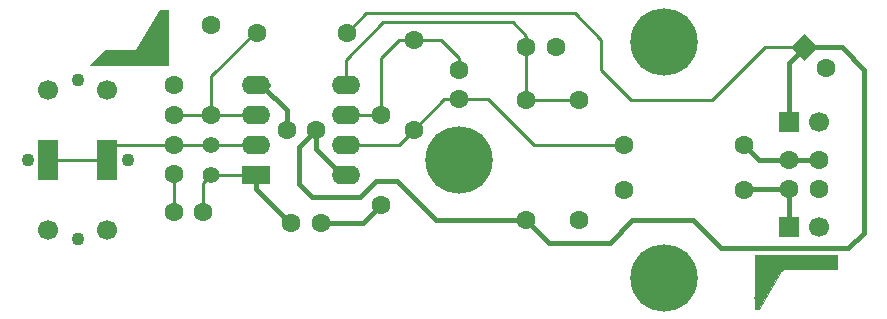
<source format=gbl>
G04 #@! TF.GenerationSoftware,KiCad,Pcbnew,5.1.5-52549c5~84~ubuntu19.10.1*
G04 #@! TF.CreationDate,2019-12-29T22:09:26+01:00*
G04 #@! TF.ProjectId,DIY_detector,4449595f-6465-4746-9563-746f722e6b69,V1.1*
G04 #@! TF.SameCoordinates,Original*
G04 #@! TF.FileFunction,Copper,L2,Bot*
G04 #@! TF.FilePolarity,Positive*
%FSLAX46Y46*%
G04 Gerber Fmt 4.6, Leading zero omitted, Abs format (unit mm)*
G04 Created by KiCad (PCBNEW 5.1.5-52549c5~84~ubuntu19.10.1) date 2019-12-29 22:09:26*
%MOMM*%
%LPD*%
G04 APERTURE LIST*
%ADD10R,1.700000X1.700000*%
%ADD11C,1.700000*%
%ADD12C,1.600000*%
%ADD13C,1.600000*%
%ADD14C,1.400000*%
%ADD15C,1.400000*%
%ADD16R,2.400000X1.600000*%
%ADD17O,2.400000X1.600000*%
%ADD18C,0.100000*%
%ADD19C,5.700000*%
%ADD20C,1.700000*%
%ADD21C,1.100000*%
%ADD22C,0.800000*%
%ADD23C,0.250000*%
%ADD24C,0.400000*%
G04 APERTURE END LIST*
D10*
X165440000Y-118215000D03*
D11*
X167980000Y-118215000D03*
D10*
X165440000Y-109325000D03*
D11*
X167980000Y-109325000D03*
D12*
X151470000Y-111230000D03*
D13*
X161630000Y-111230000D03*
D12*
X161630000Y-115040000D03*
D13*
X151470000Y-115040000D03*
D12*
X167980000Y-112500000D03*
X167980000Y-115000000D03*
D14*
X116545000Y-113770000D03*
D15*
X116545000Y-111230000D03*
D16*
X120355000Y-113770000D03*
D17*
X127975000Y-106150000D03*
X120355000Y-111230000D03*
X127975000Y-108690000D03*
X120355000Y-108690000D03*
X127975000Y-111230000D03*
X120355000Y-106150000D03*
X127975000Y-113770000D03*
G04 #@! TA.AperFunction,ComponentPad*
D18*
G36*
X165668629Y-103000000D02*
G01*
X166800000Y-101868629D01*
X167931371Y-103000000D01*
X166800000Y-104131371D01*
X165668629Y-103000000D01*
G37*
G04 #@! TD.AperFunction*
D12*
X168567767Y-104767767D03*
X113370000Y-111230000D03*
X113370000Y-113730000D03*
X113370000Y-116945000D03*
X115870000Y-116945000D03*
X113370000Y-108690000D03*
X113370000Y-106190000D03*
X123316000Y-117834000D03*
X125816000Y-117834000D03*
X125435000Y-109960000D03*
X122935000Y-109960000D03*
X137500000Y-104880000D03*
X137500000Y-107380000D03*
X143215000Y-102975000D03*
X145715000Y-102975000D03*
X165440000Y-112500000D03*
X165440000Y-115000000D03*
X116545000Y-108690000D03*
D13*
X116545000Y-101070000D03*
D12*
X130896000Y-108690000D03*
D13*
X130896000Y-116310000D03*
D12*
X133690000Y-110000000D03*
D13*
X133690000Y-102380000D03*
D12*
X128000000Y-101750000D03*
D13*
X120380000Y-101750000D03*
D19*
X137500000Y-112500000D03*
X154900000Y-122500000D03*
D20*
X107750000Y-118430000D03*
D10*
X107750000Y-113350000D03*
X107750000Y-111650000D03*
D20*
X107750000Y-106570000D03*
X102750000Y-106570000D03*
D10*
X102750000Y-111650000D03*
X102750000Y-113350000D03*
D20*
X102750000Y-118430000D03*
D12*
X143215000Y-117580000D03*
D13*
X143215000Y-107420000D03*
X147660000Y-117580000D03*
D12*
X147660000Y-107420000D03*
D21*
X105250000Y-105750000D03*
X109500000Y-112500000D03*
X101000000Y-112500000D03*
X105250000Y-119250000D03*
D19*
X154900000Y-102500000D03*
D22*
X107800000Y-103900000D03*
X110000000Y-103900000D03*
X108900000Y-103900000D03*
X111000000Y-103200000D03*
X111500000Y-102300000D03*
X112000000Y-101400000D03*
X169100000Y-121300000D03*
X168000000Y-121300000D03*
X166900000Y-121300000D03*
X165800000Y-121300000D03*
X164100000Y-122200000D03*
X163500000Y-123200000D03*
X162900000Y-124200000D03*
X164700000Y-121300000D03*
X112500000Y-100500000D03*
D23*
X107750000Y-111250000D02*
X107750000Y-112350000D01*
X107730000Y-112520000D02*
X107750000Y-112500000D01*
X102750000Y-112520000D02*
X107730000Y-112520000D01*
X107750000Y-112500000D02*
X107750000Y-113750000D01*
X107750000Y-112350000D02*
X107750000Y-112500000D01*
X102750000Y-111250000D02*
X102750000Y-112520000D01*
X102750000Y-112520000D02*
X102750000Y-113750000D01*
X113370000Y-111230000D02*
X116545000Y-111230000D01*
X116545000Y-111230000D02*
X120355000Y-111230000D01*
X112354000Y-111230000D02*
X113370000Y-111230000D01*
X112334000Y-111250000D02*
X112354000Y-111230000D01*
X107750000Y-111250000D02*
X112334000Y-111250000D01*
X113370000Y-113730000D02*
X113370000Y-116945000D01*
D24*
X123219000Y-117834000D02*
X123316000Y-117834000D01*
X120355000Y-114970000D02*
X123219000Y-117834000D01*
X120355000Y-113770000D02*
X120355000Y-114970000D01*
D23*
X115870000Y-114445000D02*
X116545000Y-113770000D01*
X115870000Y-116945000D02*
X115870000Y-114445000D01*
X117534949Y-113770000D02*
X120355000Y-113770000D01*
X116545000Y-113770000D02*
X117534949Y-113770000D01*
D24*
X121350000Y-106150000D02*
X120355000Y-106150000D01*
X122935000Y-108828630D02*
X122935000Y-109960000D01*
X122935000Y-108330000D02*
X122935000Y-108828630D01*
X120755000Y-106150000D02*
X122935000Y-108330000D01*
X120355000Y-106150000D02*
X120755000Y-106150000D01*
D23*
X118364000Y-108690000D02*
X120355000Y-108690000D01*
X116545000Y-108690000D02*
X118110000Y-108690000D01*
X118110000Y-108690000D02*
X118364000Y-108690000D01*
X115000000Y-108690000D02*
X116545000Y-108690000D01*
X113370000Y-108690000D02*
X115000000Y-108690000D01*
X119880000Y-101520000D02*
X119880000Y-101500000D01*
X115000000Y-108690000D02*
X116672000Y-108690000D01*
X116545000Y-105455000D02*
X120250000Y-101750000D01*
X120250000Y-101750000D02*
X120380000Y-101750000D01*
X116545000Y-108690000D02*
X116545000Y-105455000D01*
D24*
X167980000Y-112500000D02*
X165440000Y-112500000D01*
X161630000Y-111230000D02*
X162900000Y-112500000D01*
X165440000Y-112500000D02*
X162900000Y-112500000D01*
X127575000Y-113770000D02*
X127975000Y-113770000D01*
X125435000Y-111630000D02*
X127575000Y-113770000D01*
X125435000Y-109960000D02*
X125244000Y-109960000D01*
X169910000Y-103000000D02*
X166800000Y-103000000D01*
X171800000Y-118700000D02*
X171800000Y-104890000D01*
X171800000Y-104890000D02*
X169910000Y-103000000D01*
X159700000Y-120000000D02*
X170500000Y-120000000D01*
X157300000Y-117600000D02*
X159700000Y-120000000D01*
X170500000Y-120000000D02*
X171800000Y-118700000D01*
X143215000Y-117580000D02*
X145165000Y-119530000D01*
X145165000Y-119530000D02*
X150270000Y-119530000D01*
X152200000Y-117600000D02*
X157300000Y-117600000D01*
X150270000Y-119530000D02*
X152200000Y-117600000D01*
X165440000Y-104360000D02*
X166800000Y-103000000D01*
D23*
X147342500Y-100117500D02*
X149565000Y-102340000D01*
X128000000Y-101750000D02*
X129632500Y-100117500D01*
X129632500Y-100117500D02*
X147342500Y-100117500D01*
X163400000Y-103000000D02*
X166800000Y-103000000D01*
X149565000Y-104880000D02*
X152105000Y-107420000D01*
X149565000Y-102340000D02*
X149565000Y-104880000D01*
X158980000Y-107420000D02*
X163400000Y-103000000D01*
X152105000Y-107420000D02*
X158980000Y-107420000D01*
D24*
X165440000Y-109325000D02*
X165440000Y-104360000D01*
X125435000Y-111630000D02*
X125435000Y-109960000D01*
X123954365Y-111399126D02*
X125435000Y-109960000D01*
X123952000Y-111865000D02*
X123954365Y-111399126D01*
X123952000Y-114554000D02*
X123952000Y-111865000D01*
X132278000Y-114278000D02*
X130515000Y-114278000D01*
X125073000Y-115675000D02*
X123952000Y-114554000D01*
X135580000Y-117580000D02*
X132278000Y-114278000D01*
X129118000Y-115675000D02*
X125073000Y-115675000D01*
X130515000Y-114278000D02*
X129118000Y-115675000D01*
X143215000Y-117580000D02*
X135580000Y-117580000D01*
X165440000Y-115536370D02*
X165440000Y-117900000D01*
X161670000Y-115000000D02*
X161630000Y-115040000D01*
X165440000Y-115000000D02*
X161670000Y-115000000D01*
X129372000Y-117834000D02*
X130896000Y-116310000D01*
X125816000Y-117834000D02*
X129372000Y-117834000D01*
D23*
X129425000Y-108690000D02*
X130896000Y-108690000D01*
X127975000Y-108690000D02*
X129425000Y-108690000D01*
X136992000Y-104880000D02*
X137500000Y-104880000D01*
X130896000Y-103864000D02*
X132420000Y-102340000D01*
X132420000Y-102340000D02*
X133690000Y-102340000D01*
X130896000Y-108690000D02*
X130896000Y-103864000D01*
X137500000Y-103864000D02*
X137500000Y-104880000D01*
X135976000Y-102340000D02*
X137500000Y-103864000D01*
X133690000Y-102340000D02*
X135976000Y-102340000D01*
X132420000Y-111230000D02*
X133690000Y-109960000D01*
X127975000Y-111230000D02*
X132420000Y-111230000D01*
X136270000Y-107380000D02*
X137500000Y-107380000D01*
X133690000Y-109960000D02*
X136270000Y-107380000D01*
X143850000Y-111230000D02*
X151470000Y-111230000D01*
X140000000Y-107380000D02*
X143850000Y-111230000D01*
X137500000Y-107380000D02*
X140000000Y-107380000D01*
X143215000Y-107420000D02*
X143215000Y-102975000D01*
X143215000Y-107420000D02*
X147660000Y-107420000D01*
X142072000Y-100879500D02*
X143215000Y-102022500D01*
X143215000Y-102022500D02*
X143215000Y-102975000D01*
X131120500Y-100879500D02*
X142072000Y-100879500D01*
X127975000Y-104025000D02*
X131120500Y-100879500D01*
X127975000Y-106150000D02*
X127975000Y-104025000D01*
D18*
G36*
X169550000Y-121775000D02*
G01*
X165106631Y-121775000D01*
X165081289Y-121773964D01*
X165058870Y-121777479D01*
X165036289Y-121779703D01*
X165027308Y-121782427D01*
X165018043Y-121783880D01*
X164996744Y-121791699D01*
X164975026Y-121798287D01*
X164966755Y-121802708D01*
X164957945Y-121805942D01*
X164938574Y-121817771D01*
X164918566Y-121828465D01*
X164911314Y-121834416D01*
X164903307Y-121839306D01*
X164886615Y-121854687D01*
X164869079Y-121869079D01*
X164863129Y-121876329D01*
X164856228Y-121882688D01*
X164842862Y-121901023D01*
X164828465Y-121918566D01*
X164816509Y-121940935D01*
X162914118Y-125175000D01*
X162550000Y-125175000D01*
X162550000Y-120550000D01*
X169550000Y-120550000D01*
X169550000Y-121775000D01*
G37*
X169550000Y-121775000D02*
X165106631Y-121775000D01*
X165081289Y-121773964D01*
X165058870Y-121777479D01*
X165036289Y-121779703D01*
X165027308Y-121782427D01*
X165018043Y-121783880D01*
X164996744Y-121791699D01*
X164975026Y-121798287D01*
X164966755Y-121802708D01*
X164957945Y-121805942D01*
X164938574Y-121817771D01*
X164918566Y-121828465D01*
X164911314Y-121834416D01*
X164903307Y-121839306D01*
X164886615Y-121854687D01*
X164869079Y-121869079D01*
X164863129Y-121876329D01*
X164856228Y-121882688D01*
X164842862Y-121901023D01*
X164828465Y-121918566D01*
X164816509Y-121940935D01*
X162914118Y-125175000D01*
X162550000Y-125175000D01*
X162550000Y-120550000D01*
X169550000Y-120550000D01*
X169550000Y-121775000D01*
G36*
X112850000Y-104450000D02*
G01*
X106309618Y-104450000D01*
X107534620Y-103225000D01*
X109993383Y-103225000D01*
X110018710Y-103226035D01*
X110041117Y-103222522D01*
X110063711Y-103220297D01*
X110072693Y-103217572D01*
X110081957Y-103216120D01*
X110103249Y-103208303D01*
X110124974Y-103201713D01*
X110133252Y-103197288D01*
X110142054Y-103194057D01*
X110161405Y-103182240D01*
X110181434Y-103171535D01*
X110188693Y-103165577D01*
X110196692Y-103160693D01*
X110213369Y-103145326D01*
X110230921Y-103130921D01*
X110236875Y-103123666D01*
X110243772Y-103117311D01*
X110257131Y-103098984D01*
X110271535Y-103081434D01*
X110283497Y-103059054D01*
X112185882Y-99825000D01*
X112850000Y-99825000D01*
X112850000Y-104450000D01*
G37*
X112850000Y-104450000D02*
X106309618Y-104450000D01*
X107534620Y-103225000D01*
X109993383Y-103225000D01*
X110018710Y-103226035D01*
X110041117Y-103222522D01*
X110063711Y-103220297D01*
X110072693Y-103217572D01*
X110081957Y-103216120D01*
X110103249Y-103208303D01*
X110124974Y-103201713D01*
X110133252Y-103197288D01*
X110142054Y-103194057D01*
X110161405Y-103182240D01*
X110181434Y-103171535D01*
X110188693Y-103165577D01*
X110196692Y-103160693D01*
X110213369Y-103145326D01*
X110230921Y-103130921D01*
X110236875Y-103123666D01*
X110243772Y-103117311D01*
X110257131Y-103098984D01*
X110271535Y-103081434D01*
X110283497Y-103059054D01*
X112185882Y-99825000D01*
X112850000Y-99825000D01*
X112850000Y-104450000D01*
M02*

</source>
